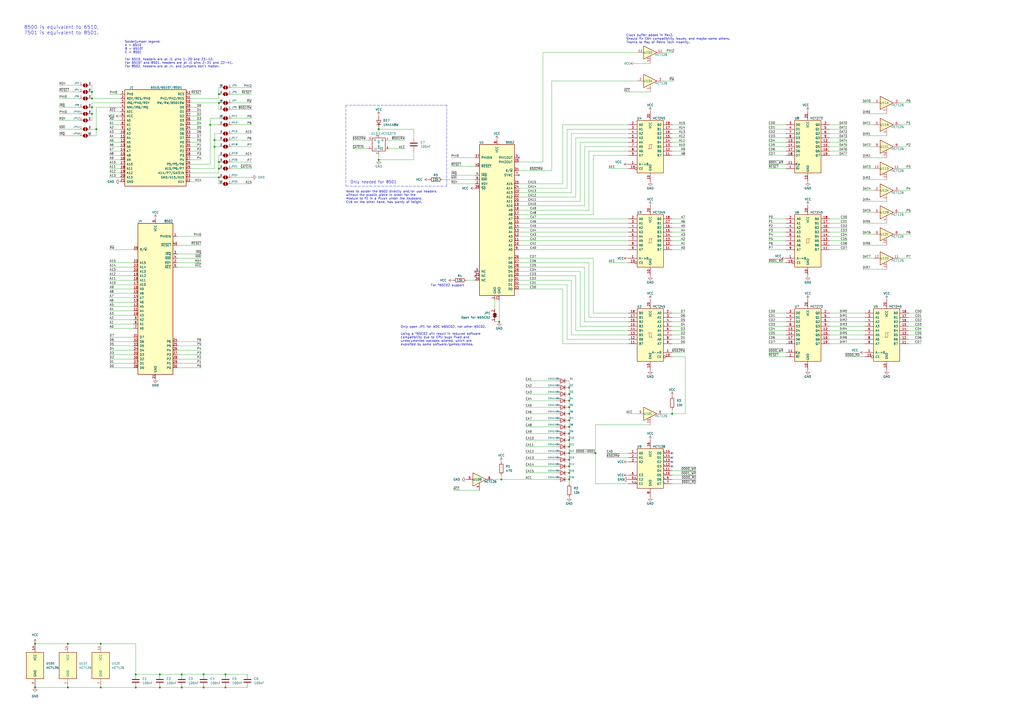
<source format=kicad_sch>
(kicad_sch (version 20230121) (generator eeschema)
  (paper "A2")
  (title_block (title "MOS CPU Replacement") (date "2022-11-07") (rev "2") (company "Monotech PCs") (comment 1 "License: Creative Commons BY-SA") (comment 2 "https://creativecommons.org/licenses/by-sa/4.0/"))
  (junction (at 330.2 236.22) (diameter 0.9144))
  (junction (at 330.2 228.6) (diameter 0.9144))
  (junction (at 53.34 57.15) (diameter 0.9144))
  (junction (at 92.71 398.78) (diameter 0.9144))
  (junction (at 345.44 262.89) (diameter 0.9144))
  (junction (at 127 59.69) (diameter 0.9144))
  (junction (at 130.81 391.16) (diameter 0.9144))
  (junction (at 330.2 240.03) (diameter 0.9144))
  (junction (at 219.71 92.71) (diameter 0.9144))
  (junction (at 330.2 278.13) (diameter 0.9144))
  (junction (at 330.2 270.51) (diameter 0.9144))
  (junction (at 58.42 398.78) (diameter 0.9144))
  (junction (at 330.2 224.79) (diameter 0.9144))
  (junction (at 219.71 74.93) (diameter 0.9144))
  (junction (at 389.89 240.03) (diameter 0.9144))
  (junction (at 58.42 373.38) (diameter 0.9144))
  (junction (at 289.56 186.69) (diameter 0.9144))
  (junction (at 20.32 398.78) (diameter 0.9144))
  (junction (at 53.34 66.04) (diameter 0.9144))
  (junction (at 127 54.61) (diameter 0.9144))
  (junction (at 127 93.98) (diameter 0.9144))
  (junction (at 39.37 373.38) (diameter 0.9144))
  (junction (at 53.34 53.34) (diameter 0.9144))
  (junction (at 105.41 391.16) (diameter 0.9144))
  (junction (at 118.11 391.16) (diameter 0.9144))
  (junction (at 330.2 274.32) (diameter 0.9144))
  (junction (at 130.81 398.78) (diameter 0.9144))
  (junction (at 127 102.87) (diameter 0.9144))
  (junction (at 20.32 373.38) (diameter 0.9144))
  (junction (at 78.74 398.78) (diameter 0.9144))
  (junction (at 124.46 81.28) (diameter 0.9144))
  (junction (at 39.37 398.78) (diameter 0.9144))
  (junction (at 124.46 85.09) (diameter 0.9144))
  (junction (at 330.2 232.41) (diameter 0.9144))
  (junction (at 330.2 266.7) (diameter 0.9144))
  (junction (at 330.2 262.89) (diameter 0.9144))
  (junction (at 78.74 391.16) (diameter 0.9144))
  (junction (at 55.88 74.93) (diameter 0.9144))
  (junction (at 53.34 62.23) (diameter 0.9144))
  (junction (at 330.2 255.27) (diameter 0.9144))
  (junction (at 330.2 247.65) (diameter 0.9144))
  (junction (at 330.2 243.84) (diameter 0.9144))
  (junction (at 330.2 251.46) (diameter 0.9144))
  (junction (at 127 97.79) (diameter 0.9144))
  (junction (at 121.92 72.39) (diameter 0.9144))
  (junction (at 118.11 398.78) (diameter 0.9144))
  (junction (at 92.71 391.16) (diameter 0.9144))
  (junction (at 105.41 398.78) (diameter 0.9144))
  (junction (at 330.2 259.08) (diameter 0.9144))
  (junction (at 290.83 278.13) (diameter 0.9144))
  (no_connect (at 389.89 267.97))
  (no_connect (at 300.99 91.44))
  (no_connect (at 389.89 262.89))
  (no_connect (at 389.89 270.51))
  (no_connect (at 300.99 101.6))
  (no_connect (at 389.89 265.43))
  (no_connect (at 275.59 157.48))
  (no_connect (at 275.59 160.02))
  (wire (pts (xy 500.38 97.79) (xy 506.73 97.79)))
  (wire (pts (xy 304.8 228.6) (xy 322.58 228.6)))
  (wire (pts (xy 134.62 59.69) (xy 146.05 59.69)))
  (wire (pts (xy 445.77 137.16) (xy 455.93 137.16)))
  (wire (pts (xy 69.85 72.39) (xy 63.5 72.39)))
  (wire (pts (xy 445.77 90.17) (xy 455.93 90.17)))
  (wire (pts (xy 300.99 149.86) (xy 344.17 149.86)))
  (wire (pts (xy 69.85 87.63) (xy 63.5 87.63)))
  (wire (pts (xy 330.2 278.13) (xy 330.2 280.67)))
  (wire (pts (xy 445.77 196.85) (xy 455.93 196.85)))
  (wire (pts (xy 389.89 237.49) (xy 389.89 240.03)))
  (wire (pts (xy 300.99 165.1) (xy 328.93 165.1)))
  (wire (pts (xy 328.93 165.1) (xy 328.93 196.85)))
  (wire (pts (xy 328.93 196.85) (xy 364.49 196.85)))
  (wire (pts (xy 389.89 207.01) (xy 397.51 207.01)))
  (wire (pts (xy 134.62 50.8) (xy 146.05 50.8)))
  (wire (pts (xy 534.67 184.15) (xy 527.05 184.15)))
  (wire (pts (xy 445.77 134.62) (xy 455.93 134.62)))
  (wire (pts (xy 34.29 66.04) (xy 45.72 66.04)))
  (wire (pts (xy 345.44 280.67) (xy 364.49 280.67)))
  (wire (pts (xy 240.03 74.93) (xy 240.03 80.01)))
  (wire (pts (xy 397.51 240.03) (xy 397.51 207.01)))
  (wire (pts (xy 314.96 30.48) (xy 314.96 93.98)))
  (wire (pts (xy 384.81 46.99) (xy 391.16 46.99)))
  (wire (pts (xy 77.47 165.1) (xy 63.5 165.1)))
  (wire (pts (xy 351.79 262.89) (xy 364.49 262.89)))
  (wire (pts (xy 69.85 95.25) (xy 63.5 95.25)))
  (wire (pts (xy 69.85 100.33) (xy 63.5 100.33)))
  (wire (pts (xy 63.5 54.61) (xy 69.85 54.61)))
  (wire (pts (xy 481.33 194.31) (xy 501.65 194.31)))
  (wire (pts (xy 445.77 142.24) (xy 455.93 142.24)))
  (wire (pts (xy 77.47 162.56) (xy 63.5 162.56)))
  (wire (pts (xy 300.99 167.64) (xy 326.39 167.64)))
  (wire (pts (xy 326.39 167.64) (xy 326.39 199.39)))
  (wire (pts (xy 326.39 199.39) (xy 364.49 199.39)))
  (wire (pts (xy 110.49 77.47) (xy 116.84 77.47)))
  (wire (pts (xy 34.29 62.23) (xy 45.72 62.23)))
  (wire (pts (xy 500.38 156.21) (xy 514.35 156.21)))
  (wire (pts (xy 134.62 85.09) (xy 146.05 85.09)))
  (wire (pts (xy 53.34 49.53) (xy 53.34 53.34)))
  (wire (pts (xy 116.84 203.2) (xy 102.87 203.2)))
  (wire (pts (xy 77.47 167.64) (xy 63.5 167.64)))
  (wire (pts (xy 389.89 139.7) (xy 397.51 139.7)))
  (wire (pts (xy 500.38 116.84) (xy 514.35 116.84)))
  (wire (pts (xy 455.93 152.4) (xy 445.77 152.4)))
  (wire (pts (xy 389.89 90.17) (xy 397.51 90.17)))
  (wire (pts (xy 69.85 82.55) (xy 63.5 82.55)))
  (wire (pts (xy 77.47 154.94) (xy 63.5 154.94)))
  (wire (pts (xy 491.49 127) (xy 481.33 127)))
  (wire (pts (xy 445.77 204.47) (xy 455.93 204.47)))
  (wire (pts (xy 491.49 90.17) (xy 481.33 90.17)))
  (wire (pts (xy 330.2 220.98) (xy 330.2 224.79)))
  (wire (pts (xy 330.2 224.79) (xy 330.2 228.6)))
  (wire (pts (xy 330.2 228.6) (xy 330.2 232.41)))
  (wire (pts (xy 330.2 232.41) (xy 330.2 236.22)))
  (wire (pts (xy 330.2 236.22) (xy 330.2 240.03)))
  (wire (pts (xy 330.2 240.03) (xy 330.2 243.84)))
  (wire (pts (xy 330.2 243.84) (xy 330.2 247.65)))
  (wire (pts (xy 330.2 247.65) (xy 330.2 251.46)))
  (wire (pts (xy 330.2 251.46) (xy 330.2 255.27)))
  (wire (pts (xy 330.2 255.27) (xy 330.2 259.08)))
  (wire (pts (xy 330.2 259.08) (xy 330.2 262.89)))
  (wire (pts (xy 330.2 262.89) (xy 330.2 266.7)))
  (wire (pts (xy 330.2 266.7) (xy 330.2 270.51)))
  (wire (pts (xy 330.2 270.51) (xy 330.2 274.32)))
  (wire (pts (xy 330.2 274.32) (xy 330.2 278.13)))
  (wire (pts (xy 521.97 110.49) (xy 528.32 110.49)))
  (wire (pts (xy 127 59.69) (xy 110.49 59.69)))
  (wire (pts (xy 127 63.5) (xy 127 59.69)))
  (wire (pts (xy 34.29 57.15) (xy 45.72 57.15)))
  (wire (pts (xy 445.77 82.55) (xy 455.93 82.55)))
  (wire (pts (xy 481.33 199.39) (xy 501.65 199.39)))
  (wire (pts (xy 389.89 74.93) (xy 397.51 74.93)))
  (wire (pts (xy 445.77 72.39) (xy 455.93 72.39)))
  (wire (pts (xy 445.77 129.54) (xy 455.93 129.54)))
  (wire (pts (xy 481.33 189.23) (xy 501.65 189.23)))
  (wire (pts (xy 110.49 74.93) (xy 116.84 74.93)))
  (wire (pts (xy 110.49 97.79) (xy 124.46 97.79)))
  (wire (pts (xy 124.46 77.47) (xy 127 77.47)))
  (wire (pts (xy 124.46 81.28) (xy 124.46 77.47)))
  (wire (pts (xy 124.46 85.09) (xy 124.46 81.28)))
  (wire (pts (xy 124.46 97.79) (xy 124.46 85.09)))
  (wire (pts (xy 534.67 196.85) (xy 527.05 196.85)))
  (wire (pts (xy 261.62 101.6) (xy 275.59 101.6)))
  (wire (pts (xy 445.77 85.09) (xy 455.93 85.09)))
  (wire (pts (xy 389.89 72.39) (xy 397.51 72.39)))
  (wire (pts (xy 34.29 49.53) (xy 45.72 49.53)))
  (wire (pts (xy 534.67 189.23) (xy 527.05 189.23)))
  (wire (pts (xy 300.99 160.02) (xy 334.01 160.02)))
  (wire (pts (xy 334.01 160.02) (xy 334.01 191.77)))
  (wire (pts (xy 334.01 191.77) (xy 364.49 191.77)))
  (wire (pts (xy 34.29 74.93) (xy 45.72 74.93)))
  (wire (pts (xy 34.29 53.34) (xy 45.72 53.34)))
  (wire (pts (xy 121.92 72.39) (xy 127 72.39)))
  (wire (pts (xy 300.99 137.16) (xy 364.49 137.16)))
  (wire (pts (xy 330.2 262.89) (xy 345.44 262.89)))
  (wire (pts (xy 300.99 142.24) (xy 364.49 142.24)))
  (wire (pts (xy 300.99 127) (xy 364.49 127)))
  (wire (pts (xy 134.62 93.98) (xy 146.05 93.98)))
  (wire (pts (xy 290.83 278.13) (xy 322.58 278.13)))
  (wire (pts (xy 491.49 137.16) (xy 481.33 137.16)))
  (wire (pts (xy 389.89 77.47) (xy 397.51 77.47)))
  (wire (pts (xy 110.49 95.25) (xy 121.92 95.25)))
  (wire (pts (xy 121.92 68.58) (xy 127 68.58)))
  (wire (pts (xy 121.92 72.39) (xy 121.92 68.58)))
  (wire (pts (xy 121.92 95.25) (xy 121.92 72.39)))
  (wire (pts (xy 53.34 74.93) (xy 55.88 74.93)))
  (wire (pts (xy 127 102.87) (xy 110.49 102.87)))
  (wire (pts (xy 127 106.68) (xy 127 102.87)))
  (wire (pts (xy 124.46 81.28) (xy 127 81.28)))
  (wire (pts (xy 534.67 186.69) (xy 527.05 186.69)))
  (wire (pts (xy 500.38 142.24) (xy 514.35 142.24)))
  (wire (pts (xy 304.8 259.08) (xy 322.58 259.08)))
  (wire (pts (xy 219.71 74.93) (xy 219.71 77.47)))
  (wire (pts (xy 110.49 80.01) (xy 116.84 80.01)))
  (wire (pts (xy 491.49 132.08) (xy 481.33 132.08)))
  (wire (pts (xy 521.97 97.79) (xy 528.32 97.79)))
  (wire (pts (xy 134.62 97.79) (xy 146.05 97.79)))
  (wire (pts (xy 219.71 74.93) (xy 240.03 74.93)))
  (wire (pts (xy 500.38 66.04) (xy 514.35 66.04)))
  (wire (pts (xy 389.89 191.77) (xy 397.51 191.77)))
  (wire (pts (xy 261.62 96.52) (xy 275.59 96.52)))
  (wire (pts (xy 77.47 205.74) (xy 63.5 205.74)))
  (wire (pts (xy 77.47 172.72) (xy 63.5 172.72)))
  (wire (pts (xy 77.47 152.4) (xy 63.5 152.4)))
  (wire (pts (xy 363.22 240.03) (xy 369.57 240.03)))
  (wire (pts (xy 300.99 99.06) (xy 320.04 99.06)))
  (wire (pts (xy 320.04 46.99) (xy 320.04 99.06)))
  (wire (pts (xy 304.8 232.41) (xy 322.58 232.41)))
  (wire (pts (xy 77.47 198.12) (xy 63.5 198.12)))
  (wire (pts (xy 256.54 104.14) (xy 275.59 104.14)))
  (wire (pts (xy 389.89 273.05) (xy 403.86 273.05)))
  (wire (pts (xy 116.84 149.86) (xy 102.87 149.86)))
  (wire (pts (xy 500.38 149.86) (xy 506.73 149.86)))
  (wire (pts (xy 300.99 162.56) (xy 331.47 162.56)))
  (wire (pts (xy 331.47 162.56) (xy 331.47 194.31)))
  (wire (pts (xy 331.47 194.31) (xy 364.49 194.31)))
  (wire (pts (xy 219.71 90.17) (xy 219.71 92.71)))
  (wire (pts (xy 304.8 255.27) (xy 322.58 255.27)))
  (wire (pts (xy 445.77 74.93) (xy 455.93 74.93)))
  (wire (pts (xy 289.56 173.99) (xy 289.56 186.69)))
  (wire (pts (xy 69.85 74.93) (xy 63.5 74.93)))
  (wire (pts (xy 521.97 135.89) (xy 528.32 135.89)))
  (wire (pts (xy 116.84 198.12) (xy 102.87 198.12)))
  (wire (pts (xy 445.77 199.39) (xy 455.93 199.39)))
  (wire (pts (xy 491.49 74.93) (xy 481.33 74.93)))
  (wire (pts (xy 300.99 144.78) (xy 364.49 144.78)))
  (wire (pts (xy 300.99 134.62) (xy 364.49 134.62)))
  (wire (pts (xy 77.47 180.34) (xy 63.5 180.34)))
  (wire (pts (xy 77.47 185.42) (xy 63.5 185.42)))
  (wire (pts (xy 481.33 196.85) (xy 501.65 196.85)))
  (wire (pts (xy 345.44 246.38) (xy 345.44 262.89)))
  (wire (pts (xy 345.44 246.38) (xy 377.19 246.38)))
  (wire (pts (xy 300.99 116.84) (xy 336.55 116.84)))
  (wire (pts (xy 336.55 82.55) (xy 364.49 82.55)))
  (wire (pts (xy 336.55 116.84) (xy 336.55 82.55)))
  (wire (pts (xy 63.5 144.78) (xy 77.47 144.78)))
  (wire (pts (xy 110.49 69.85) (xy 116.84 69.85)))
  (wire (pts (xy 110.49 105.41) (xy 116.84 105.41)))
  (wire (pts (xy 77.47 182.88) (xy 63.5 182.88)))
  (wire (pts (xy 69.85 69.85) (xy 63.5 69.85)))
  (wire (pts (xy 69.85 97.79) (xy 63.5 97.79)))
  (wire (pts (xy 300.99 111.76) (xy 331.47 111.76)))
  (wire (pts (xy 331.47 77.47) (xy 364.49 77.47)))
  (wire (pts (xy 331.47 111.76) (xy 331.47 77.47)))
  (wire (pts (xy 304.8 266.7) (xy 322.58 266.7)))
  (wire (pts (xy 69.85 102.87) (xy 63.5 102.87)))
  (wire (pts (xy 39.37 373.38) (xy 58.42 373.38)))
  (wire (pts (xy 58.42 373.38) (xy 78.74 373.38)))
  (wire (pts (xy 300.99 139.7) (xy 364.49 139.7)))
  (wire (pts (xy 491.49 80.01) (xy 481.33 80.01)))
  (wire (pts (xy 261.62 91.44) (xy 275.59 91.44)))
  (wire (pts (xy 77.47 210.82) (xy 63.5 210.82)))
  (wire (pts (xy 521.97 123.19) (xy 528.32 123.19)))
  (wire (pts (xy 304.8 224.79) (xy 322.58 224.79)))
  (wire (pts (xy 501.65 207.01) (xy 490.22 207.01)))
  (wire (pts (xy 304.8 270.51) (xy 322.58 270.51)))
  (wire (pts (xy 300.99 157.48) (xy 336.55 157.48)))
  (wire (pts (xy 336.55 157.48) (xy 336.55 189.23)))
  (wire (pts (xy 336.55 189.23) (xy 364.49 189.23)))
  (wire (pts (xy 445.77 186.69) (xy 455.93 186.69)))
  (wire (pts (xy 389.89 196.85) (xy 397.51 196.85)))
  (wire (pts (xy 110.49 64.77) (xy 116.84 64.77)))
  (wire (pts (xy 521.97 149.86) (xy 528.32 149.86)))
  (wire (pts (xy 78.74 391.16) (xy 78.74 373.38)))
  (wire (pts (xy 92.71 391.16) (xy 78.74 391.16)))
  (wire (pts (xy 105.41 391.16) (xy 92.71 391.16)))
  (wire (pts (xy 118.11 391.16) (xy 105.41 391.16)))
  (wire (pts (xy 130.81 391.16) (xy 118.11 391.16)))
  (wire (pts (xy 143.51 391.16) (xy 130.81 391.16)))
  (wire (pts (xy 300.99 119.38) (xy 339.09 119.38)))
  (wire (pts (xy 339.09 85.09) (xy 364.49 85.09)))
  (wire (pts (xy 339.09 119.38) (xy 339.09 85.09)))
  (wire (pts (xy 364.49 152.4) (xy 353.06 152.4)))
  (wire (pts (xy 134.62 106.68) (xy 146.05 106.68)))
  (wire (pts (xy 116.84 213.36) (xy 102.87 213.36)))
  (wire (pts (xy 34.29 69.85) (xy 45.72 69.85)))
  (wire (pts (xy 445.77 95.25) (xy 455.93 95.25)))
  (wire (pts (xy 445.77 139.7) (xy 455.93 139.7)))
  (wire (pts (xy 491.49 77.47) (xy 481.33 77.47)))
  (wire (pts (xy 116.84 90.17) (xy 110.49 90.17)))
  (wire (pts (xy 287.02 186.69) (xy 289.56 186.69)))
  (wire (pts (xy 116.84 92.71) (xy 110.49 92.71)))
  (wire (pts (xy 134.62 72.39) (xy 146.05 72.39)))
  (wire (pts (xy 445.77 97.79) (xy 455.93 97.79)))
  (wire (pts (xy 389.89 142.24) (xy 397.51 142.24)))
  (wire (pts (xy 534.67 191.77) (xy 527.05 191.77)))
  (wire (pts (xy 116.84 142.24) (xy 102.87 142.24)))
  (wire (pts (xy 77.47 200.66) (xy 63.5 200.66)))
  (wire (pts (xy 77.47 203.2) (xy 63.5 203.2)))
  (wire (pts (xy 300.99 154.94) (xy 339.09 154.94)))
  (wire (pts (xy 339.09 154.94) (xy 339.09 186.69)))
  (wire (pts (xy 339.09 186.69) (xy 364.49 186.69)))
  (wire (pts (xy 77.47 175.26) (xy 63.5 175.26)))
  (wire (pts (xy 53.34 53.34) (xy 53.34 57.15)))
  (wire (pts (xy 69.85 57.15) (xy 53.34 57.15)))
  (wire (pts (xy 389.89 204.47) (xy 397.51 204.47)))
  (wire (pts (xy 389.89 184.15) (xy 397.51 184.15)))
  (wire (pts (xy 389.89 189.23) (xy 397.51 189.23)))
  (wire (pts (xy 344.17 90.17) (xy 364.49 90.17)))
  (wire (pts (xy 344.17 124.46) (xy 344.17 90.17)))
  (wire (pts (xy 445.77 80.01) (xy 455.93 80.01)))
  (wire (pts (xy 389.89 85.09) (xy 397.51 85.09)))
  (wire (pts (xy 384.81 30.48) (xy 391.16 30.48)))
  (wire (pts (xy 500.38 123.19) (xy 506.73 123.19)))
  (wire (pts (xy 213.36 81.28) (xy 204.47 81.28)))
  (wire (pts (xy 55.88 62.23) (xy 55.88 74.93)))
  (wire (pts (xy 55.88 74.93) (xy 55.88 78.74)))
  (wire (pts (xy 55.88 78.74) (xy 53.34 78.74)))
  (wire (pts (xy 69.85 62.23) (xy 55.88 62.23)))
  (wire (pts (xy 240.03 87.63) (xy 240.03 92.71)))
  (wire (pts (xy 240.03 92.71) (xy 219.71 92.71)))
  (wire (pts (xy 134.62 77.47) (xy 146.05 77.47)))
  (wire (pts (xy 77.47 157.48) (xy 63.5 157.48)))
  (wire (pts (xy 389.89 199.39) (xy 397.51 199.39)))
  (wire (pts (xy 92.71 398.78) (xy 78.74 398.78)))
  (wire (pts (xy 105.41 398.78) (xy 92.71 398.78)))
  (wire (pts (xy 118.11 398.78) (xy 105.41 398.78)))
  (wire (pts (xy 130.81 398.78) (xy 118.11 398.78)))
  (wire (pts (xy 143.51 398.78) (xy 130.81 398.78)))
  (wire (pts (xy 270.51 162.56) (xy 275.59 162.56)))
  (wire (pts (xy 491.49 142.24) (xy 481.33 142.24)))
  (wire (pts (xy 69.85 77.47) (xy 63.5 77.47)))
  (wire (pts (xy 34.29 78.74) (xy 45.72 78.74)))
  (wire (pts (xy 77.47 160.02) (xy 63.5 160.02)))
  (wire (pts (xy 304.8 262.89) (xy 322.58 262.89)))
  (wire (pts (xy 491.49 82.55) (xy 481.33 82.55)))
  (wire (pts (xy 344.17 149.86) (xy 344.17 181.61)))
  (wire (pts (xy 344.17 181.61) (xy 364.49 181.61)))
  (wire (pts (xy 77.47 195.58) (xy 63.5 195.58)))
  (wire (pts (xy 77.47 213.36) (xy 63.5 213.36)))
  (wire (pts (xy 300.99 129.54) (xy 364.49 129.54)))
  (wire (pts (xy 300.99 124.46) (xy 344.17 124.46)))
  (wire (pts (xy 389.89 80.01) (xy 397.51 80.01)))
  (wire (pts (xy 445.77 207.01) (xy 455.93 207.01)))
  (wire (pts (xy 116.84 82.55) (xy 110.49 82.55)))
  (wire (pts (xy 500.38 85.09) (xy 506.73 85.09)))
  (wire (pts (xy 300.99 109.22) (xy 328.93 109.22)))
  (wire (pts (xy 328.93 74.93) (xy 364.49 74.93)))
  (wire (pts (xy 328.93 109.22) (xy 328.93 74.93)))
  (wire (pts (xy 521.97 85.09) (xy 528.32 85.09)))
  (wire (pts (xy 389.89 132.08) (xy 397.51 132.08)))
  (wire (pts (xy 364.49 97.79) (xy 353.06 97.79)))
  (wire (pts (xy 361.95 53.34) (xy 377.19 53.34)))
  (wire (pts (xy 481.33 186.69) (xy 501.65 186.69)))
  (wire (pts (xy 102.87 154.94) (xy 116.84 154.94)))
  (wire (pts (xy 445.77 144.78) (xy 455.93 144.78)))
  (wire (pts (xy 300.99 121.92) (xy 341.63 121.92)))
  (wire (pts (xy 341.63 87.63) (xy 364.49 87.63)))
  (wire (pts (xy 341.63 121.92) (xy 341.63 87.63)))
  (wire (pts (xy 116.84 137.16) (xy 102.87 137.16)))
  (wire (pts (xy 116.84 210.82) (xy 102.87 210.82)))
  (wire (pts (xy 262.89 284.48) (xy 278.13 284.48)))
  (wire (pts (xy 234.95 81.28) (xy 226.06 81.28)))
  (wire (pts (xy 389.89 275.59) (xy 403.86 275.59)))
  (wire (pts (xy 500.38 72.39) (xy 506.73 72.39)))
  (wire (pts (xy 69.85 92.71) (xy 63.5 92.71)))
  (wire (pts (xy 116.84 200.66) (xy 102.87 200.66)))
  (wire (pts (xy 389.89 144.78) (xy 397.51 144.78)))
  (wire (pts (xy 491.49 144.78) (xy 481.33 144.78)))
  (wire (pts (xy 500.38 129.54) (xy 514.35 129.54)))
  (wire (pts (xy 20.32 373.38) (xy 39.37 373.38)))
  (wire (pts (xy 351.79 265.43) (xy 364.49 265.43)))
  (wire (pts (xy 491.49 129.54) (xy 481.33 129.54)))
  (wire (pts (xy 389.89 278.13) (xy 403.86 278.13)))
  (wire (pts (xy 77.47 187.96) (xy 63.5 187.96)))
  (wire (pts (xy 77.47 170.18) (xy 63.5 170.18)))
  (wire (pts (xy 300.99 114.3) (xy 334.01 114.3)))
  (wire (pts (xy 334.01 80.01) (xy 364.49 80.01)))
  (wire (pts (xy 334.01 114.3) (xy 334.01 80.01)))
  (wire (pts (xy 69.85 85.09) (xy 63.5 85.09)))
  (wire (pts (xy 77.47 208.28) (xy 63.5 208.28)))
  (wire (pts (xy 116.84 147.32) (xy 102.87 147.32)))
  (wire (pts (xy 226.06 86.36) (xy 234.95 86.36)))
  (wire (pts (xy 77.47 190.5) (xy 63.5 190.5)))
  (wire (pts (xy 500.38 91.44) (xy 514.35 91.44)))
  (wire (pts (xy 300.99 106.68) (xy 326.39 106.68)))
  (wire (pts (xy 326.39 72.39) (xy 364.49 72.39)))
  (wire (pts (xy 326.39 106.68) (xy 326.39 72.39)))
  (wire (pts (xy 500.38 104.14) (xy 514.35 104.14)))
  (wire (pts (xy 445.77 184.15) (xy 455.93 184.15)))
  (wire (pts (xy 445.77 132.08) (xy 455.93 132.08)))
  (wire (pts (xy 134.62 54.61) (xy 146.05 54.61)))
  (wire (pts (xy 304.8 220.98) (xy 322.58 220.98)))
  (wire (pts (xy 481.33 191.77) (xy 501.65 191.77)))
  (wire (pts (xy 389.89 127) (xy 397.51 127)))
  (wire (pts (xy 389.89 181.61) (xy 397.51 181.61)))
  (wire (pts (xy 389.89 194.31) (xy 397.51 194.31)))
  (wire (pts (xy 290.83 275.59) (xy 290.83 278.13)))
  (wire (pts (xy 491.49 139.7) (xy 481.33 139.7)))
  (wire (pts (xy 110.49 62.23) (xy 116.84 62.23)))
  (wire (pts (xy 304.8 236.22) (xy 322.58 236.22)))
  (wire (pts (xy 389.89 87.63) (xy 397.51 87.63)))
  (wire (pts (xy 491.49 72.39) (xy 481.33 72.39)))
  (wire (pts (xy 116.84 54.61) (xy 110.49 54.61)))
  (wire (pts (xy 445.77 181.61) (xy 455.93 181.61)))
  (wire (pts (xy 124.46 85.09) (xy 127 85.09)))
  (wire (pts (xy 77.47 177.8) (xy 63.5 177.8)))
  (wire (pts (xy 521.97 59.69) (xy 528.32 59.69)))
  (wire (pts (xy 116.84 87.63) (xy 110.49 87.63)))
  (wire (pts (xy 369.57 30.48) (xy 314.96 30.48)))
  (wire (pts (xy 304.8 240.03) (xy 322.58 240.03)))
  (wire (pts (xy 534.67 194.31) (xy 527.05 194.31)))
  (wire (pts (xy 116.84 208.28) (xy 102.87 208.28)))
  (wire (pts (xy 20.32 398.78) (xy 39.37 398.78)))
  (wire (pts (xy 39.37 398.78) (xy 58.42 398.78)))
  (wire (pts (xy 58.42 398.78) (xy 78.74 398.78)))
  (wire (pts (xy 500.38 135.89) (xy 506.73 135.89)))
  (wire (pts (xy 204.47 86.36) (xy 213.36 86.36)))
  (wire (pts (xy 389.89 186.69) (xy 397.51 186.69)))
  (wire (pts (xy 500.38 110.49) (xy 506.73 110.49)))
  (wire (pts (xy 534.67 181.61) (xy 527.05 181.61)))
  (wire (pts (xy 300.99 132.08) (xy 364.49 132.08)))
  (wire (pts (xy 134.62 81.28) (xy 146.05 81.28)))
  (wire (pts (xy 491.49 134.62) (xy 481.33 134.62)))
  (wire (pts (xy 368.3 36.83) (xy 377.19 36.83)))
  (wire (pts (xy 304.8 274.32) (xy 322.58 274.32)))
  (wire (pts (xy 481.33 181.61) (xy 501.65 181.61)))
  (wire (pts (xy 534.67 199.39) (xy 527.05 199.39)))
  (wire (pts (xy 384.81 240.03) (xy 389.89 240.03)))
  (wire (pts (xy 389.89 240.03) (xy 397.51 240.03)))
  (wire (pts (xy 261.62 106.68) (xy 275.59 106.68)))
  (wire (pts (xy 134.62 68.58) (xy 146.05 68.58)))
  (wire (pts (xy 116.84 85.09) (xy 110.49 85.09)))
  (wire (pts (xy 389.89 134.62) (xy 397.51 134.62)))
  (wire (pts (xy 69.85 90.17) (xy 63.5 90.17)))
  (wire (pts (xy 389.89 129.54) (xy 397.51 129.54)))
  (wire (pts (xy 500.38 59.69) (xy 506.73 59.69)))
  (wire (pts (xy 304.8 251.46) (xy 322.58 251.46)))
  (wire (pts (xy 304.8 243.84) (xy 322.58 243.84)))
  (wire (pts (xy 389.89 280.67) (xy 403.86 280.67)))
  (wire (pts (xy 285.75 278.13) (xy 290.83 278.13)))
  (wire (pts (xy 300.99 152.4) (xy 341.63 152.4)))
  (wire (pts (xy 341.63 152.4) (xy 341.63 184.15)))
  (wire (pts (xy 341.63 184.15) (xy 364.49 184.15)))
  (wire (pts (xy 69.85 80.01) (xy 63.5 80.01)))
  (wire (pts (xy 445.77 191.77) (xy 455.93 191.77)))
  (wire (pts (xy 521.97 72.39) (xy 528.32 72.39)))
  (wire (pts (xy 320.04 46.99) (xy 369.57 46.99)))
  (wire (pts (xy 69.85 64.77) (xy 63.5 64.77)))
  (wire (pts (xy 445.77 127) (xy 455.93 127)))
  (wire (pts (xy 345.44 262.89) (xy 345.44 280.67)))
  (wire (pts (xy 134.62 90.17) (xy 146.05 90.17)))
  (wire (pts (xy 445.77 77.47) (xy 455.93 77.47)))
  (wire (pts (xy 127 90.17) (xy 127 93.98)))
  (wire (pts (xy 127 93.98) (xy 127 97.79)))
  (wire (pts (xy 127 97.79) (xy 127 100.33)))
  (wire (pts (xy 127 100.33) (xy 110.49 100.33)))
  (wire (pts (xy 445.77 87.63) (xy 455.93 87.63)))
  (polyline (pts (xy 200.66 60.96) (xy 200.66 107.95)) (stroke (width 0) (type dash)))
  (polyline (pts (xy 200.66 107.95) (xy 259.08 107.95)) (stroke (width 0) (type dash)))
  (polyline (pts (xy 259.08 60.96) (xy 200.66 60.96)) (stroke (width 0) (type dash)))
  (polyline (pts (xy 259.08 107.95) (xy 259.08 60.96)) (stroke (width 0) (type dash)))
  (wire (pts (xy 127 54.61) (xy 127 50.8)))
  (wire (pts (xy 116.84 152.4) (xy 102.87 152.4)))
  (wire (pts (xy 116.84 205.74) (xy 102.87 205.74)))
  (wire (pts (xy 389.89 137.16) (xy 397.51 137.16)))
  (wire (pts (xy 491.49 87.63) (xy 481.33 87.63)))
  (wire (pts (xy 110.49 67.31) (xy 116.84 67.31)))
  (wire (pts (xy 127 54.61) (xy 127 57.15)))
  (wire (pts (xy 127 57.15) (xy 110.49 57.15)))
  (wire (pts (xy 445.77 194.31) (xy 455.93 194.31)))
  (wire (pts (xy 53.34 59.69) (xy 69.85 59.69)))
  (wire (pts (xy 53.34 62.23) (xy 53.34 59.69)))
  (wire (pts (xy 53.34 66.04) (xy 53.34 62.23)))
  (wire (pts (xy 53.34 69.85) (xy 53.34 66.04)))
  (wire (pts (xy 445.77 189.23) (xy 455.93 189.23)))
  (wire (pts (xy 300.99 93.98) (xy 314.96 93.98)))
  (wire (pts (xy 304.8 247.65) (xy 322.58 247.65)))
  (wire (pts (xy 389.89 82.55) (xy 397.51 82.55)))
  (wire (pts (xy 110.49 72.39) (xy 116.84 72.39)))
  (wire (pts (xy 134.62 63.5) (xy 146.05 63.5)))
  (wire (pts (xy 287.02 173.99) (xy 287.02 179.07)))
  (wire (pts (xy 481.33 184.15) (xy 501.65 184.15)))
  (wire (pts (xy 500.38 78.74) (xy 514.35 78.74)))
  (wire (pts (xy 491.49 85.09) (xy 481.33 85.09)))
  (wire (pts (xy 134.62 102.87) (xy 146.05 102.87)))
  (text "Only needed for 8501" (at 203.2 106.68 0) (effects (font (size 1.6 1.6)) (justify left bottom)))
  (text "Need to solder the 6502 directly and/or use headers\nwithout the plastic piece in order for the\nmodule to fit in a Plus4 under the keyboard.\nC16 on the other hand, has plenty of height." (at 200.66 118.11 0) (effects (font (size 1.27 1.27)) (justify left bottom)))
  (text "8500 is equivalent to 6510.\n7501 is equivalent to 8501." (at 13.97 20.32 0) (effects (font (size 2 2)) (justify left bottom)))
  (text "Only open JP1 for WDC W65C02, not other 65C02.\n\nUsing a *65C02 will result in reduced software\ncompatibility due to CPU bugs fixed and\nundocumented opcodes altered, which are\nexploited by some software/games/demos." (at 232.41 200.66 0) (effects (font (size 1.27 1.27)) (justify left bottom)))
  (text "Clock buffer added in Rev2.\nShould fix C64 compatibility issues, and maybe some others.\nThanks to Ray of Retro Tech Insanity." (at 363.22 25.4 0) (effects (font (size 1.27 1.27)) (justify left bottom)))
  (text "For *65C02 support" (at 269.24 166.37 0) (effects (font (size 1.27 1.27)) (justify right bottom)))
  (text "Solderjumper legend:\nA = 6510\nB = 6510T\nC = 8501\n\nFor 6510, headers are at J1 pins 1-20 and 23-42.\nFor 6510T and 8501, headers are at J1 pins 2-21 and 22-41.\nFor 8502, headers are at J4, and jumpers don't matter." (at 72.39 39.37 0) (effects (font (size 1.27 1.27)) (justify left bottom)))
  (label "CD3" (at 445.77 80.01 0))
  (label "P0" (at 528.32 59.69 180))
  (label "CA5" (at 311.15 132.08 180))
  (label "A11" (at 397.51 82.55 180))
  (label "CD6" (at 534.67 196.85 180))
  (label "CD1" (at 534.67 184.15 180))
  (label "CA1" (at 304.8 220.98 0))
  (label "DAT3" (at 500.38 97.79 0))
  (label "~{AEC}" (at 262.89 284.48 0))
  (label "CD2" (at 491.49 132.08 180))
  (label "A6" (at 63.5 85.09 0))
  (label "DAT1" (at 500.38 72.39 0))
  (label "DIR6" (at 500.38 142.24 0))
  (label "A15" (at 146.05 106.68 180))
  (label "DAT3" (at 491.49 80.01 180))
  (label "DAT5" (at 491.49 85.09 180))
  (label "CA4" (at 304.8 232.41 0))
  (label "A10" (at 397.51 85.09 180))
  (label "A3" (at 63.5 77.47 0))
  (label "CA8" (at 304.8 247.65 0))
  (label "A15" (at 397.51 72.39 180))
  (label "A9" (at 63.5 167.64 0))
  (label "A10" (at 63.5 95.25 0))
  (label "~{0000_RD}" (at 403.86 278.13 180))
  (label "AEC" (at 304.8 278.13 0))
  (label "CD6" (at 311.15 152.4 180))
  (label "P5" (at 146.05 68.58 180))
  (label "P1" (at 528.32 72.39 180))
  (label "P6" (at 116.84 198.12 180))
  (label "A13" (at 63.5 102.87 0))
  (label "CD1" (at 491.49 129.54 180))
  (label "~{GATEIN}" (at 146.05 97.79 180))
  (label "P4" (at 445.77 137.16 0))
  (label "CA10" (at 311.15 119.38 180))
  (label "DIR3" (at 500.38 104.14 0))
  (label "PHI2" (at 391.16 30.48 180))
  (label "DAT6" (at 500.38 135.89 0))
  (label "CA2" (at 304.8 224.79 0))
  (label "P6" (at 528.32 135.89 180))
  (label "D0" (at 63.5 213.36 0))
  (label "CD7" (at 534.67 199.39 180))
  (label "~{0001_WR}" (at 445.77 95.25 0))
  (label "P4" (at 116.84 203.2 180))
  (label "A11" (at 63.5 162.56 0))
  (label "~{IRQ}" (at 34.29 62.23 0))
  (label "DAT0" (at 491.49 72.39 180))
  (label "D6" (at 63.5 198.12 0))
  (label "CD2" (at 534.67 186.69 180))
  (label "DIR5" (at 500.38 129.54 0))
  (label "P7" (at 146.05 85.09 180))
  (label "~{RESET}" (at 445.77 97.79 0))
  (label "CA2" (at 311.15 139.7 180))
  (label "PHI0" (at 116.84 137.16 180))
  (label "CA0" (at 311.15 144.78 180))
  (label "A4" (at 63.5 80.01 0))
  (label "DAT2" (at 500.38 85.09 0))
  (label "CA9" (at 304.8 251.46 0))
  (label "CA7" (at 304.8 243.84 0))
  (label "A5" (at 397.51 132.08 180))
  (label "~{GATEIN}" (at 204.47 86.36 0))
  (label "CA3" (at 311.15 137.16 180))
  (label "~{RW}" (at 146.05 59.69 180))
  (label "A8" (at 63.5 170.18 0))
  (label "~{6502RW}" (at 204.47 81.28 0))
  (label "D6" (at 397.51 184.15 180))
  (label "P6" (at 146.05 72.39 180))
  (label "CD7" (at 445.77 199.39 0))
  (label "DAT6" (at 491.49 87.63 180))
  (label "DIR1" (at 500.38 78.74 0))
  (label "~{RESET}" (at 445.77 207.01 0))
  (label "~{0000_WR}" (at 445.77 204.47 0))
  (label "CD6" (at 445.77 196.85 0))
  (label "P1" (at 445.77 129.54 0))
  (label "A5" (at 63.5 82.55 0))
  (label "A7" (at 63.5 172.72 0))
  (label "D2" (at 397.51 194.31 180))
  (label "A4" (at 397.51 134.62 180))
  (label "~{IRQ}" (at 116.84 147.32 180))
  (label "~{NMI}" (at 116.84 149.86 180))
  (label "CA11" (at 304.8 259.08 0))
  (label "D0" (at 397.51 199.39 180))
  (label "CD0" (at 445.77 72.39 0))
  (label "DIR3" (at 491.49 189.23 180))
  (label "P2" (at 445.77 132.08 0))
  (label "RDY" (at 261.62 106.68 0))
  (label "DAT4" (at 491.49 82.55 180))
  (label "A0" (at 63.5 69.85 0))
  (label "D7" (at 63.5 195.58 0))
  (label "CA10" (at 304.8 255.27 0))
  (label "A2" (at 63.5 185.42 0))
  (label "DAT4" (at 500.38 110.49 0))
  (label "A10" (at 63.5 165.1 0))
  (label "A14" (at 146.05 90.17 180))
  (label "RDY" (at 34.29 69.85 0))
  (label "~{6502RW}" (at 397.51 204.47 180))
  (label "~{RW}" (at 391.16 46.99 180))
  (label "DIR6" (at 491.49 196.85 180))
  (label "DIR4" (at 500.38 116.84 0))
  (label "A0" (at 63.5 190.5 0))
  (label "DIR5" (at 491.49 194.31 180))
  (label "AEC" (at 353.06 97.79 0))
  (label "DIR4" (at 491.49 191.77 180))
  (label "PHI0" (at 261.62 91.44 0))
  (label "CD4" (at 534.67 191.77 180))
  (label "A11" (at 63.5 97.79 0))
  (label "P7" (at 146.05 93.98 180))
  (label "CD0" (at 445.77 181.61 0))
  (label "~{AEC}" (at 116.84 154.94 180))
  (label "CD7" (at 311.15 149.86 180))
  (label "CD5" (at 445.77 85.09 0))
  (label "CD5" (at 445.77 194.31 0))
  (label "~{NMI}" (at 261.62 104.14 0))
  (label "DIR1" (at 491.49 184.15 180))
  (label "D7" (at 397.51 181.61 180))
  (label "P5" (at 528.32 123.19 180))
  (label "CD2" (at 445.77 186.69 0))
  (label "A14" (at 397.51 74.93 180))
  (label "D1" (at 63.5 210.82 0))
  (label "D1" (at 397.51 196.85 180))
  (label "D5" (at 116.84 74.93 180))
  (label "CA0" (at 351.79 262.89 0))
  (label "P2" (at 116.84 87.63 180))
  (label "D3" (at 397.51 191.77 180))
  (label "CD0" (at 311.15 167.64 180))
  (label "A7" (at 397.51 127 180))
  (label "P4" (at 116.84 92.71 180))
  (label "CD5" (at 534.67 194.31 180))
  (label "A8" (at 63.5 90.17 0))
  (label "P3" (at 445.77 134.62 0))
  (label "A6" (at 63.5 175.26 0))
  (label "~{RESET}" (at 116.84 142.24 180))
  (label "P1" (at 116.84 210.82 180))
  (label "CD1" (at 445.77 74.93 0))
  (label "~{RESET}" (at 116.84 54.61 180))
  (label "CD1" (at 445.77 184.15 0))
  (label "D2" (at 116.84 67.31 180))
  (label "D3" (at 63.5 205.74 0))
  (label "PHI0" (at 34.29 57.15 0))
  (label "DIR7" (at 500.38 156.21 0))
  (label "P6" (at 445.77 142.24 0))
  (label "A2" (at 63.5 74.93 0))
  (label "CA12" (at 304.8 262.89 0))
  (label "RDY" (at 116.84 152.4 180))
  (label "~{AEC}" (at 361.95 53.34 0))
  (label "CA7" (at 311.15 127 180))
  (label "A14" (at 116.84 105.41 180))
  (label "CA4" (at 311.15 134.62 180))
  (label "DIR0" (at 491.49 181.61 180))
  (label "A9" (at 63.5 92.71 0))
  (label "CA3" (at 304.8 228.6 0))
  (label "CA9" (at 311.15 121.92 180))
  (label "P1" (at 116.84 85.09 180))
  (label "P3" (at 116.84 90.17 180))
  (label "~{RESET}" (at 261.62 96.52 0))
  (label "CD4" (at 445.77 82.55 0))
  (label "CA1" (at 311.15 142.24 180))
  (label "A12" (at 63.5 160.02 0))
  (label "A3" (at 63.5 182.88 0))
  (label "CD4" (at 311.15 157.48 180))
  (label "A7" (at 63.5 87.63 0))
  (label "P2" (at 528.32 85.09 180))
  (label "CD5" (at 311.15 154.94 180))
  (label "DIR2" (at 500.38 91.44 0))
  (label "~{RESET}" (at 146.05 54.61 180))
  (label "DAT5" (at 500.38 123.19 0))
  (label "D4" (at 397.51 189.23 180))
  (label "CD3" (at 445.77 189.23 0))
  (label "A1" (at 397.51 142.24 180))
  (label "A8" (at 397.51 90.17 180))
  (label "DIR7" (at 491.49 199.39 180))
  (label "CA15" (at 311.15 106.68 180))
  (label "~{RESET}" (at 34.29 53.34 0))
  (label "CD3" (at 491.49 134.62 180))
  (label "DAT2" (at 491.49 77.47 180))
  (label "D4" (at 63.5 203.2 0))
  (label "A5" (at 63.5 177.8 0))
  (label "RDY" (at 34.29 49.53 0))
  (label "DAT7" (at 491.49 90.17 180))
  (label "CD6" (at 491.49 142.24 180))
  (label "P3" (at 528.32 97.79 180))
  (label "~{0001_RD}" (at 403.86 280.67 180))
  (label "A13" (at 397.51 77.47 180))
  (label "A6" (at 397.51 129.54 180))
  (label "~{RW}" (at 63.5 144.78 0))
  (label "D5" (at 63.5 200.66 0))
  (label "A15" (at 63.5 152.4 0))
  (label "DIR0" (at 500.38 66.04 0))
  (label "~{0000_WR}" (at 403.86 273.05 180))
  (label "DIR2" (at 491.49 186.69 180))
  (label "DAT7" (at 500.38 149.86 0))
  (label "CA14" (at 304.8 270.51 0))
  (label "A1" (at 63.5 187.96 0))
  (label "~{0000_RD}" (at 490.22 207.01 0))
  (label "CD2" (at 445.77 77.47 0))
  (label "D0" (at 116.84 62.23 180))
  (label "~{0000-0001}" (at 345.44 262.89 180))
  (label "CD1" (at 311.15 165.1 180))
  (label "A4" (at 63.5 180.34 0))
  (label "DAT0" (at 500.38 59.69 0))
  (label "CD5" (at 491.49 139.7 180))
  (label "PHI0" (at 34.29 66.04 0))
  (label "CA14" (at 311.15 109.22 180))
  (label "P7" (at 445.77 144.78 0))
  (label "CD2" (at 311.15 162.56 180))
  (label "P5" (at 445.77 139.7 0))
  (label "CA6" (at 304.8 240.03 0))
  (label "~{IRQ}" (at 261.62 101.6 0))
  (label "~{8501RW}" (at 234.95 81.28 180))
  (label "D5" (at 397.51 186.69 180))
  (label "CA6" (at 311.15 129.54 180))
  (label "CA13" (at 311.15 111.76 180))
  (label "AEC" (at 363.22 240.03 0))
  (label "P0" (at 116.84 82.55 180))
  (label "~{0001_WR}" (at 403.86 275.59 180))
  (label "CA11" (at 311.15 116.84 180))
  (label "P6" (at 146.05 81.28 180))
  (label "P5" (at 116.84 200.66 180))
  (label "CA8" (at 311.15 124.46 180))
  (label "CA12" (at 311.15 114.3 180))
  (label "D2" (at 63.5 208.28 0))
  (label "A12" (at 63.5 100.33 0))
  (label "D6" (at 116.84 77.47 180))
  (label "A12" (at 397.51 80.01 180))
  (label "~{NMI}" (at 34.29 74.93 0))
  (label "D3" (at 116.84 69.85 180))
  (label "D7" (at 116.84 80.01 180))
  (label "AEC" (at 353.06 152.4 0))
  (label "CD0" (at 534.67 181.61 180))
  (label "~{8501RW}" (at 146.05 63.5 180))
  (label "~{0001_RD}" (at 445.77 152.4 0))
  (label "D1" (at 116.84 64.77 180))
  (label "P7" (at 528.32 149.86 180))
  (label "A1" (at 63.5 72.39 0))
  (label "CD4" (at 445.77 191.77 0))
  (label "CD7" (at 445.77 90.17 0))
  (label "A3" (at 397.51 137.16 180))
  (label "P0" (at 116.84 213.36 180))
  (label "CD7" (at 491.49 144.78 180))
  (label "A0" (at 397.51 144.78 180))
  (label "A9" (at 397.51 87.63 180))
  (label "P4" (at 528.32 110.49 180))
  (label "~{6502RW}" (at 351.79 265.43 0))
  (label "~{AEC}" (at 63.5 64.77 0))
  (label "PHI2" (at 146.05 50.8 180))
  (label "~{IRQ}" (at 34.29 78.74 0))
  (label "A13" (at 63.5 157.48 0))
  (label "CD3" (at 534.67 189.23 180))
  (label "CD0" (at 491.49 127 180))
  (label "CA13" (at 304.8 266.7 0))
  (label "CD4" (at 491.49 137.16 180))
  (label "CA15" (at 304.8 274.32 0))
  (label "P0" (at 445.77 127 0))
  (label "PHI0" (at 63.5 54.61 0))
  (label "DAT1" (at 491.49 74.93 180))
  (label "P2" (at 116.84 208.28 180))
  (label "CA5" (at 304.8 236.22 0))
  (label "CD3" (at 311.15 160.02 180))
  (label "A15" (at 146.05 77.47 180))
  (label "AEC" (at 234.95 86.36 180))
  (label "A14" (at 63.5 154.94 0))
  (label "A2" (at 397.51 139.7 180))
  (label "~{6502RW}" (at 314.96 99.06 180))
  (label "CD6" (at 445.77 87.63 0))
  (label "D4" (at 116.84 72.39 180))
  (label "P3" (at 116.84 205.74 180))
  (symbol (lib_id "Jumper:SolderJumper_2_Open") (at 130.81 106.68 0) (mirror y) (unit 1)
    (property "Reference" "JP23" (at 135.89 105.41 0) (effects (font (size 1 1))))
    (property "Value" "BC" (at 128.27 105.41 0) (effects (font (size 1 1))))
    (property "Footprint" "Custom:SolderJumper-2_P1.3mm_Open_RoundedPad1.0x1.5mm" (effects hide))
  )
  (symbol (lib_id "6502:6502") (at 288.29 129.54 0) (unit 1)
    (property "Reference" "U1" (at 279.4 82.55 0))
    (property "Value" "6502" (at 295.91 82.55 0))
    (property "Footprint" "Package_DIP:DIP-40_W15.24mm_Socket" (effects hide))
  )
  (symbol (lib_id "Jumper:SolderJumper_2_Open") (at 49.53 78.74 0) (unit 1)
    (property "Reference" "JP16" (at 44.45 77.47 0) (effects (font (size 1 1))))
    (property "Value" "BC" (at 52.07 77.47 0) (effects (font (size 1 1))))
    (property "Footprint" "Custom:SolderJumper-2_P1.3mm_Open_RoundedPad1.0x1.5mm" (effects hide))
  )
  (symbol (lib_id "power:VCC") (at 455.93 149.86 90) (unit 1)
    (property "Reference" "#PWR0128" (effects hide))
    (property "Value" "VCC" (at 453.39 148.5899 90) (effects (justify left)))
  )
  (symbol (lib_id "power:VCC") (at 69.85 67.31 90) (mirror x) (unit 1)
    (property "Reference" "#PWR0116" (effects hide))
    (property "Value" "VCC" (at 64.77 67.31 90))
  )
  (symbol (lib_id "power:GND") (at 468.63 160.02 0) (unit 1)
    (property "Reference" "#PWR0127" (effects hide))
    (property "Value" "GND" (at 468.63 163.83 0))
  )
  (symbol (lib_id "Jumper:SolderJumper_2_Open") (at 49.53 57.15 0) (unit 1)
    (property "Reference" "JP6" (at 44.45 55.88 0) (effects (font (size 1 1))))
    (property "Value" "C" (at 52.07 55.88 0) (effects (font (size 1 1))))
    (property "Footprint" "Custom:SolderJumper-2_P1.3mm_Open_RoundedPad1.0x1.5mm" (effects hide))
  )
  (symbol (lib_id "power:VCC") (at 364.49 275.59 90) (unit 1)
    (property "Reference" "#PWR0105" (effects hide))
    (property "Value" "VCC" (at 361.95 275.5899 90) (effects (justify left)))
  )
  (symbol (lib_id "power:GND") (at 90.17 219.71 0) (mirror y) (unit 1)
    (property "Reference" "#PWR017" (effects hide))
    (property "Value" "GND" (at 90.17 223.52 0))
  )
  (symbol (lib_id "Diode:1N4148W") (at 326.39 220.98 0) (mirror y) (unit 1)
    (property "Reference" "D1" (at 331.47 219.71 0) (effects (font (size 1 1))))
    (property "Value" "1N4148W" (at 321.31 219.71 0) (effects (font (size 1 1))))
    (property "Footprint" "Custom:D_SOD-323" (effects hide))
    (property "Datasheet" "https://www.vishay.com/docs/85748/1n4148w.pdf" (effects hide))
  )
  (symbol (lib_id "Diode:1N4148W") (at 326.39 270.51 0) (mirror y) (unit 1)
    (property "Reference" "D14" (at 331.47 269.24 0) (effects (font (size 1 1))))
    (property "Value" "1N4148W" (at 321.31 269.24 0) (effects (font (size 1 1))))
    (property "Footprint" "Custom:D_SOD-323" (effects hide))
    (property "Datasheet" "https://www.vishay.com/docs/85748/1n4148w.pdf" (effects hide))
  )
  (symbol (lib_id "power:VCC") (at 90.17 127 0) (mirror y) (unit 1)
    (property "Reference" "#PWR08" (effects hide))
    (property "Value" "VCC" (at 90.17 123.19 0))
  )
  (symbol (lib_id "power:GND") (at 330.2 288.29 0) (mirror y) (unit 1)
    (property "Reference" "#PWR0102" (effects hide))
    (property "Value" "GND" (at 330.2 292.1 0))
  )
  (symbol (lib_id "74xx:74LS126") (at 514.35 110.49 0) (unit 1)
    (property "Reference" "U12" (at 513.08 110.49 0))
    (property "Value" "HCT126" (at 520.7 111.76 0))
    (property "Footprint" "Custom KiCad Library:TSSOP-14_4.4x5mm_P0.65mm" (effects hide))
    (property "Datasheet" "http://www.ti.com/lit/gpn/sn74LS126" (effects hide))
  )
  (symbol (lib_id "power:GND") (at 377.19 105.41 0) (unit 1)
    (property "Reference" "#PWR0130" (effects hide))
    (property "Value" "GND" (at 377.19 109.22 0))
  )
  (symbol (lib_id "power:VCC") (at 364.49 95.25 90) (unit 1)
    (property "Reference" "#PWR0131" (effects hide))
    (property "Value" "VCC" (at 360.68 93.9799 90) (effects (justify left)))
  )
  (symbol (lib_id "74xx:74LS126") (at 20.32 386.08 0) (unit 5)
    (property "Reference" "U10" (at 26.67 384.8099 0) (effects (justify left)))
    (property "Value" "HCT126" (at 26.67 387.3499 0) (effects (justify left)))
    (property "Footprint" "Custom KiCad Library:TSSOP-14_4.4x5mm_P0.65mm" (effects hide))
    (property "Datasheet" "http://www.ti.com/lit/gpn/sn74LS126" (effects hide))
  )
  (symbol (lib_id "power:VCC") (at 364.49 267.97 90) (unit 1)
    (property "Reference" "#PWR0109" (effects hide))
    (property "Value" "VCC" (at 361.95 267.9699 90) (effects (justify left)))
  )
  (symbol (lib_id "power:GND") (at 377.19 288.29 0) (mirror y) (unit 1)
    (property "Reference" "#PWR013" (effects hide))
    (property "Value" "GND" (at 377.19 292.1 0))
  )
  (symbol (lib_id "power:VCC") (at 468.63 173.99 0) (unit 1)
    (property "Reference" "#PWR0133" (effects hide))
    (property "Value" "VCC" (at 468.63 170.18 0))
  )
  (symbol (lib_id "Diode:1N4148W") (at 326.39 262.89 0) (mirror y) (unit 1)
    (property "Reference" "D12" (at 331.47 261.62 0) (effects (font (size 1 1))))
    (property "Value" "1N4148W" (at 321.31 261.62 0) (effects (font (size 1 1))))
    (property "Footprint" "Custom:D_SOD-323" (effects hide))
    (property "Datasheet" "https://www.vishay.com/docs/85748/1n4148w.pdf" (effects hide))
  )
  (symbol (lib_id "74xx:74LS126") (at 514.35 123.19 0) (unit 2)
    (property "Reference" "U12" (at 513.08 123.19 0))
    (property "Value" "HCT126" (at 520.7 124.46 0))
    (property "Footprint" "Custom KiCad Library:TSSOP-14_4.4x5mm_P0.65mm" (effects hide))
    (property "Datasheet" "http://www.ti.com/lit/gpn/sn74LS126" (effects hide))
  )
  (symbol (lib_id "74xx:74LS126") (at 39.37 386.08 0) (unit 5)
    (property "Reference" "U11" (at 45.72 384.8099 0) (effects (justify left)))
    (property "Value" "HCT126" (at 45.72 387.3499 0) (effects (justify left)))
    (property "Footprint" "Custom KiCad Library:TSSOP-14_4.4x5mm_P0.65mm" (effects hide))
    (property "Datasheet" "http://www.ti.com/lit/gpn/sn74LS126" (effects hide))
  )
  (symbol (lib_id "Diode:1N4148W") (at 326.39 251.46 0) (mirror y) (unit 1)
    (property "Reference" "D9" (at 331.47 250.19 0) (effects (font (size 1 1))))
    (property "Value" "1N4148W" (at 321.31 250.19 0) (effects (font (size 1 1))))
    (property "Footprint" "Custom:D_SOD-323" (effects hide))
    (property "Datasheet" "https://www.vishay.com/docs/85748/1n4148w.pdf" (effects hide))
  )
  (symbol (lib_id "Diode:1N4148W") (at 326.39 228.6 0) (mirror y) (unit 1)
    (property "Reference" "D3" (at 331.47 227.33 0) (effects (font (size 1 1))))
    (property "Value" "1N4148W" (at 321.31 227.33 0) (effects (font (size 1 1))))
    (property "Footprint" "Custom:D_SOD-323" (effects hide))
    (property "Datasheet" "https://www.vishay.com/docs/85748/1n4148w.pdf" (effects hide))
  )
  (symbol (lib_id "74xGxx:74LVC1G373") (at 219.71 83.82 0) (unit 1)
    (property "Reference" "U13" (at 217.17 77.47 0))
    (property "Value" "LVC1G373" (at 224.79 77.47 0))
    (property "Footprint" "Package_TO_SOT_SMD:SOT-363_SC-70-6" (effects hide))
    (property "Datasheet" "http://www.ti.com/lit/sg/scyt129e/scyt129e.pdf" (effects hide))
  )
  (symbol (lib_id "Jumper:SolderJumper_2_Open") (at 49.53 69.85 0) (unit 1)
    (property "Reference" "JP12" (at 44.45 68.58 0) (effects (font (size 1 1))))
    (property "Value" "C" (at 52.07 68.58 0) (effects (font (size 1 1))))
    (property "Footprint" "Custom:SolderJumper-2_P1.3mm_Open_RoundedPad1.0x1.5mm" (effects hide))
  )
  (symbol (lib_id "Jumper:SolderJumper_2_Open") (at 130.81 81.28 0) (mirror y) (unit 1)
    (property "Reference" "JP17" (at 135.89 80.01 0) (effects (font (size 1 1))))
    (property "Value" "B" (at 128.27 80.01 0) (effects (font (size 1 1))))
    (property "Footprint" "Custom:SolderJumper-2_P1.3mm_Open_RoundedPad1.0x1.5mm" (effects hide))
  )
  (symbol (lib_id "Diode:1N4148W") (at 326.39 266.7 0) (mirror y) (unit 1)
    (property "Reference" "D13" (at 331.47 265.43 0) (effects (font (size 1 1))))
    (property "Value" "1N4148W" (at 321.31 265.43 0) (effects (font (size 1 1))))
    (property "Footprint" "Custom:D_SOD-323" (effects hide))
    (property "Datasheet" "https://www.vishay.com/docs/85748/1n4148w.pdf" (effects hide))
  )
  (symbol (lib_id "Jumper:SolderJumper_2_Open") (at 49.53 49.53 0) (unit 1)
    (property "Reference" "JP2" (at 44.45 48.26 0) (effects (font (size 1 1))))
    (property "Value" "A" (at 52.07 48.26 0) (effects (font (size 1 1))))
    (property "Footprint" "Custom:SolderJumper-2_P1.3mm_Open_RoundedPad1.0x1.5mm" (effects hide))
  )
  (symbol (lib_id "power:VCC") (at 377.19 255.27 0) (unit 1)
    (property "Reference" "#PWR09" (effects hide))
    (property "Value" "VCC" (at 377.19 251.46 0))
  )
  (symbol (lib_id "power:GND") (at 219.71 92.71 0) (mirror y) (unit 1)
    (property "Reference" "#PWR07" (effects hide))
    (property "Value" "GND" (at 219.71 96.52 0))
  )
  (symbol (lib_id "power:VCC") (at 501.65 204.47 90) (unit 1)
    (property "Reference" "#PWR0121" (effects hide))
    (property "Value" "VCC" (at 497.84 203.1999 90) (effects (justify left)))
  )
  (symbol (lib_id "power:VCC") (at 368.3 36.83 90) (unit 1)
    (property "Reference" "#PWR0119" (effects hide))
    (property "Value" "VCC" (at 365.76 36.83 90) (effects (justify left)))
  )
  (symbol (lib_id "74xx:74LS126") (at 514.35 97.79 0) (unit 4)
    (property "Reference" "U11" (at 513.08 97.79 0))
    (property "Value" "HCT126" (at 520.7 99.06 0))
    (property "Footprint" "Custom KiCad Library:TSSOP-14_4.4x5mm_P0.65mm" (effects hide))
    (property "Datasheet" "http://www.ti.com/lit/gpn/sn74LS126" (effects hide))
  )
  (symbol (lib_id "74xx:74LS138") (at 377.19 270.51 0) (unit 1)
    (property "Reference" "U9" (at 370.84 259.08 0))
    (property "Value" "HCT138" (at 382.27 259.08 0))
    (property "Footprint" "Custom KiCad Library:TSSOP-16_4.4x5mm_P0.65mm" (effects hide))
    (property "Datasheet" "http://www.ti.com/lit/gpn/sn74LS138" (effects hide))
  )
  (symbol (lib_id "Diode:1N4148W") (at 326.39 255.27 0) (mirror y) (unit 1)
    (property "Reference" "D10" (at 331.47 254 0) (effects (font (size 1 1))))
    (property "Value" "1N4148W" (at 321.31 254 0) (effects (font (size 1 1))))
    (property "Footprint" "Custom:D_SOD-323" (effects hide))
    (property "Datasheet" "https://www.vishay.com/docs/85748/1n4148w.pdf" (effects hide))
  )
  (symbol (lib_id "Jumper:SolderJumper_2_Open") (at 130.81 54.61 0) (mirror y) (unit 1)
    (property "Reference" "JP5" (at 135.89 53.34 0) (effects (font (size 1 1))))
    (property "Value" "C" (at 128.27 53.34 0) (effects (font (size 1 1))))
    (property "Footprint" "Custom:SolderJumper-2_P1.3mm_Open_RoundedPad1.0x1.5mm" (effects hide))
  )
  (symbol (lib_id "power:VCC") (at 248.92 104.14 90) (unit 1)
    (property "Reference" "#PWR01" (effects hide))
    (property "Value" "VCC" (at 245.11 104.1399 90) (effects (justify left)))
  )
  (symbol (lib_id "Jumper:SolderJumper_2_Open") (at 130.81 93.98 0) (mirror y) (unit 1)
    (property "Reference" "JP20" (at 135.89 92.71 0) (effects (font (size 1 1))))
    (property "Value" "B" (at 128.27 92.71 0) (effects (font (size 1 1))))
    (property "Footprint" "Custom:SolderJumper-2_P1.3mm_Open_RoundedPad1.0x1.5mm" (effects hide))
  )
  (symbol (lib_id "power:VCC") (at 377.19 119.38 0) (unit 1)
    (property "Reference" "#PWR0129" (effects hide))
    (property "Value" "VCC" (at 377.19 115.57 0))
  )
  (symbol (lib_id "power:VCC") (at 262.89 162.56 90) (unit 1)
    (property "Reference" "#PWR0106" (effects hide))
    (property "Value" "VCC" (at 259.08 162.5599 90) (effects (justify left)))
  )
  (symbol (lib_id "74xx:74LS273") (at 468.63 194.31 0) (unit 1)
    (property "Reference" "U7" (at 462.28 177.8 0))
    (property "Value" "HCT273" (at 473.71 177.8 0))
    (property "Footprint" "Custom KiCad Library:TSSOP-20_4.4x6.5mm_P0.65mm" (effects hide))
    (property "Datasheet" "http://www.ti.com/lit/gpn/sn74LS273" (effects hide))
  )
  (symbol (lib_id "74xx:74LS126") (at 514.35 135.89 0) (unit 3)
    (property "Reference" "U12" (at 513.08 135.89 0))
    (property "Value" "HCT126" (at 520.7 137.16 0))
    (property "Footprint" "Custom KiCad Library:TSSOP-14_4.4x5mm_P0.65mm" (effects hide))
    (property "Datasheet" "http://www.ti.com/lit/gpn/sn74LS126" (effects hide))
  )
  (symbol (lib_id "Device:C") (at 240.03 83.82 0) (unit 1)
    (property "Reference" "C7" (at 243.84 82.5499 0) (effects (justify left)))
    (property "Value" "100nF" (at 243.84 85.0899 0) (effects (justify left)))
    (property "Footprint" "Capacitor_SMD:C_0402_1005Metric" (effects hide))
  )
  (symbol (lib_id "Jumper:SolderJumper_2_Open") (at 130.81 50.8 0) (mirror y) (unit 1)
    (property "Reference" "JP3" (at 135.89 49.53 0) (effects (font (size 1 1))))
    (property "Value" "AB" (at 128.27 49.53 0) (effects (font (size 1 1))))
    (property "Footprint" "Custom:SolderJumper-2_P1.3mm_Open_RoundedPad1.0x1.5mm" (effects hide))
  )
  (symbol (lib_id "Device:R") (at 266.7 162.56 90) (unit 1)
    (property "Reference" "R4" (at 266.7 160.02 90))
    (property "Value" "10k" (at 266.7 162.56 90))
    (property "Footprint" "Resistor_SMD:R_0603_1608Metric" (effects hide))
  )
  (symbol (lib_id "74xx:74LS273") (at 468.63 85.09 0) (unit 1)
    (property "Reference" "U8" (at 462.28 68.58 0))
    (property "Value" "HCT273" (at 473.71 68.58 0))
    (property "Footprint" "Custom KiCad Library:TSSOP-20_4.4x6.5mm_P0.65mm" (effects hide))
    (property "Datasheet" "http://www.ti.com/lit/gpn/sn74LS273" (effects hide))
  )
  (symbol (lib_id "Jumper:SolderJumper_2_Open") (at 49.53 66.04 0) (unit 1)
    (property "Reference" "JP10" (at 44.45 64.77 0) (effects (font (size 1 1))))
    (property "Value" "B" (at 52.07 64.77 0) (effects (font (size 1 1))))
    (property "Footprint" "Custom:SolderJumper-2_P1.3mm_Open_RoundedPad1.0x1.5mm" (effects hide))
  )
  (symbol (lib_id "Jumper:SolderJumper_2_Open") (at 130.81 97.79 0) (mirror y) (unit 1)
    (property "Reference" "JP21" (at 135.89 96.52 0) (effects (font (size 1 1))))
    (property "Value" "C" (at 128.27 96.52 0) (effects (font (size 1 1))))
    (property "Footprint" "Custom:SolderJumper-2_P1.3mm_Open_RoundedPad1.0x1.5mm" (effects hide))
  )
  (symbol (lib_id "Jumper:SolderJumper_2_Open") (at 130.81 90.17 0) (mirror y) (unit 1)
    (property "Reference" "JP19" (at 135.89 88.9 0) (effects (font (size 1 1))))
    (property "Value" "A" (at 128.27 88.9 0) (effects (font (size 1 1))))
    (property "Footprint" "Custom:SolderJumper-2_P1.3mm_Open_RoundedPad1.0x1.5mm" (effects hide))
  )
  (symbol (lib_id "74xx:74LS126") (at 514.35 149.86 0) (unit 4)
    (property "Reference" "U12" (at 513.08 149.86 0))
    (property "Value" "HCT126" (at 520.7 151.13 0))
    (property "Footprint" "Custom KiCad Library:TSSOP-14_4.4x5mm_P0.65mm" (effects hide))
    (property "Datasheet" "http://www.ti.com/lit/gpn/sn74LS126" (effects hide))
  )
  (symbol (lib_id "Device:R") (at 290.83 271.78 0) (unit 1)
    (property "Reference" "R1" (at 293.37 270.5099 0) (effects (justify left)))
    (property "Value" "470" (at 293.37 273.0499 0) (effects (justify left)))
    (property "Footprint" "Resistor_SMD:R_0805_2012Metric" (effects hide))
  )
  (symbol (lib_id "74xx:74LS126") (at 514.35 85.09 0) (unit 3)
    (property "Reference" "U11" (at 513.08 85.09 0))
    (property "Value" "HCT126" (at 520.7 86.36 0))
    (property "Footprint" "Custom KiCad Library:TSSOP-14_4.4x5mm_P0.65mm" (effects hide))
    (property "Datasheet" "http://www.ti.com/lit/gpn/sn74LS126" (effects hide))
  )
  (symbol (lib_id "Device:C") (at 92.71 394.97 0) (unit 1)
    (property "Reference" "C2" (at 96.52 393.6999 0) (effects (justify left)))
    (property "Value" "100nF" (at 96.52 396.2399 0) (effects (justify left)))
    (property "Footprint" "Capacitor_SMD:C_0402_1005Metric" (effects hide))
  )
  (symbol (lib_id "power:VCC") (at 468.63 119.38 0) (unit 1)
    (property "Reference" "#PWR0126" (effects hide))
    (property "Value" "VCC" (at 468.63 115.57 0))
  )
  (symbol (lib_id "Jumper:SolderJumper_2_Open") (at 49.53 74.93 0) (unit 1)
    (property "Reference" "JP14" (at 44.45 73.66 0) (effects (font (size 1 1))))
    (property "Value" "A" (at 52.07 73.66 0) (effects (font (size 1 1))))
    (property "Footprint" "Custom:SolderJumper-2_P1.3mm_Open_RoundedPad1.0x1.5mm" (effects hide))
  )
  (symbol (lib_id "74xx:74LS245") (at 377.19 85.09 0) (unit 1)
    (property "Reference" "U4" (at 370.84 68.58 0))
    (property "Value" "HCT245" (at 382.27 68.58 0))
    (property "Footprint" "Custom KiCad Library:TSSOP-20_4.4x6.5mm_P0.65mm" (effects hide))
    (property "Datasheet" "http://www.ti.com/lit/gpn/sn74LS245" (effects hide))
  )
  (symbol (lib_id "power:GND") (at 468.63 105.41 0) (unit 1)
    (property "Reference" "#PWR0125" (effects hide))
    (property "Value" "GND" (at 468.63 109.22 0))
  )
  (symbol (lib_id "Jumper:SolderJumper_2_Open") (at 49.53 62.23 0) (unit 1)
    (property "Reference" "JP8" (at 44.45 60.96 0) (effects (font (size 1 1))))
    (property "Value" "A" (at 52.07 60.96 0) (effects (font (size 1 1))))
    (property "Footprint" "Custom:SolderJumper-2_P1.3mm_Open_RoundedPad1.0x1.5mm" (effects hide))
  )
  (symbol (lib_id "Diode:1N4148W") (at 326.39 247.65 0) (mirror y) (unit 1)
    (property "Reference" "D8" (at 331.47 246.38 0) (effects (font (size 1 1))))
    (property "Value" "1N4148W" (at 321.31 246.38 0) (effects (font (size 1 1))))
    (property "Footprint" "Custom:D_SOD-323" (effects hide))
    (property "Datasheet" "https://www.vishay.com/docs/85748/1n4148w.pdf" (effects hide))
  )
  (symbol (lib_id "74xx:74LS126") (at 514.35 72.39 0) (unit 2)
    (property "Reference" "U11" (at 513.08 72.39 0))
    (property "Value" "HCT126" (at 520.7 73.66 0))
    (property "Footprint" "Custom KiCad Library:TSSOP-14_4.4x5mm_P0.65mm" (effects hide))
    (property "Datasheet" "http://www.ti.com/lit/gpn/sn74LS126" (effects hide))
  )
  (symbol (lib_id "Diode:1N4148W") (at 326.39 236.22 0) (mirror y) (unit 1)
    (property "Reference" "D5" (at 331.47 234.95 0) (effects (font (size 1 1))))
    (property "Value" "1N4148W" (at 321.31 234.95 0) (effects (font (size 1 1))))
    (property "Footprint" "Custom:D_SOD-323" (effects hide))
    (property "Datasheet" "https://www.vishay.com/docs/85748/1n4148w.pdf" (effects hide))
  )
  (symbol (lib_id "Device:C") (at 143.51 394.97 0) (unit 1)
    (property "Reference" "C6" (at 147.32 393.6999 0) (effects (justify left)))
    (property "Value" "100nF" (at 147.32 396.2399 0) (effects (justify left)))
    (property "Footprint" "Capacitor_SMD:C_0402_1005Metric" (effects hide))
  )
  (symbol (lib_id "power:VCC") (at 219.71 67.31 0) (mirror y) (unit 1)
    (property "Reference" "#PWR06" (effects hide))
    (property "Value" "VCC" (at 219.71 63.5 0))
  )
  (symbol (lib_id "74xx:74LS245") (at 468.63 139.7 0) (unit 1)
    (property "Reference" "U6" (at 462.28 123.19 0))
    (property "Value" "HCT245" (at 473.71 123.19 0))
    (property "Footprint" "Custom KiCad Library:TSSOP-20_4.4x6.5mm_P0.65mm" (effects hide))
    (property "Datasheet" "http://www.ti.com/lit/gpn/sn74LS245" (effects hide))
  )
  (symbol (lib_id "74xx:74LS245") (at 514.35 194.31 0) (unit 1)
    (property "Reference" "U5" (at 508 177.8 0))
    (property "Value" "HCT245" (at 519.43 177.8 0))
    (property "Footprint" "Custom KiCad Library:TSSOP-20_4.4x6.5mm_P0.65mm" (effects hide))
    (property "Datasheet" "http://www.ti.com/lit/gpn/sn74LS245" (effects hide))
  )
  (symbol (lib_id "74xx:74LS126") (at 377.19 240.03 0) (unit 3)
    (property "Reference" "U10" (at 375.92 240.03 0))
    (property "Value" "HCT126" (at 383.54 241.3 0))
    (property "Footprint" "Custom KiCad Library:TSSOP-14_4.4x5mm_P0.65mm" (effects hide))
    (property "Datasheet" "http://www.ti.com/lit/gpn/sn74LS126" (effects hide))
  )
  (symbol (lib_id "Diode:1N4148W") (at 219.71 71.12 90) (unit 1)
    (property "Reference" "D17" (at 222.25 69.8499 90) (effects (justify right)))
    (property "Value" "1N4148W" (at 222.25 72.3899 90) (effects (justify right)))
    (property "Footprint" "Custom:D_SOD-323" (effects hide))
    (property "Datasheet" "https://www.vishay.com/docs/85748/1n4148w.pdf" (effects hide))
  )
  (symbol (lib_id "74xx:74LS126") (at 377.19 46.99 0) (unit 1)
    (property "Reference" "U10" (at 375.92 46.99 0))
    (property "Value" "HCT126" (at 383.54 48.26 0))
    (property "Footprint" "Custom KiCad Library:TSSOP-14_4.4x5mm_P0.65mm" (effects hide))
    (property "Datasheet" "http://www.ti.com/lit/gpn/sn74LS126" (effects hide))
  )
  (symbol (lib_id "Device:C") (at 130.81 394.97 0) (unit 1)
    (property "Reference" "C5" (at 134.62 393.6999 0) (effects (justify left)))
    (property "Value" "100nF" (at 134.62 396.2399 0) (effects (justify left)))
    (property "Footprint" "Capacitor_SMD:C_0402_1005Metric" (effects hide))
  )
  (symbol (lib_id "Diode:1N4148W") (at 326.39 232.41 0) (mirror y) (unit 1)
    (property "Reference" "D4" (at 331.47 231.14 0) (effects (font (size 1 1))))
    (property "Value" "1N4148W" (at 321.31 231.14 0) (effects (font (size 1 1))))
    (property "Footprint" "Custom:D_SOD-323" (effects hide))
    (property "Datasheet" "https://www.vishay.com/docs/85748/1n4148w.pdf" (effects hide))
  )
  (symbol (lib_id "power:VCC") (at 275.59 109.22 90) (unit 1)
    (property "Reference" "#PWR0107" (effects hide))
    (property "Value" "VCC" (at 271.78 109.2199 90) (effects (justify left)))
  )
  (symbol (lib_id "Jumper:SolderJumper_2_Open") (at 130.81 59.69 0) (mirror y) (unit 1)
    (property "Reference" "JP7" (at 135.89 58.42 0) (effects (font (size 1 1))))
    (property "Value" "AB" (at 128.27 58.42 0) (effects (font (size 1 1))))
    (property "Footprint" "Custom:SolderJumper-2_P1.3mm_Open_RoundedPad1.0x1.5mm" (effects hide))
  )
  (symbol (lib_id "Diode:1N4148W") (at 326.39 274.32 0) (mirror y) (unit 1)
    (property "Reference" "D15" (at 331.47 273.05 0) (effects (font (size 1 1))))
    (property "Value" "1N4148W" (at 321.31 273.05 0) (effects (font (size 1 1))))
    (property "Footprint" "Custom:D_SOD-323" (effects hide))
    (property "Datasheet" "https://www.vishay.com/docs/85748/1n4148w.pdf" (effects hide))
  )
  (symbol (lib_id "Diode:1N4148W") (at 326.39 243.84 0) (mirror y) (unit 1)
    (property "Reference" "D7" (at 331.47 242.57 0) (effects (font (size 1 1))))
    (property "Value" "1N4148W" (at 321.31 242.57 0) (effects (font (size 1 1))))
    (property "Footprint" "Custom:D_SOD-323" (effects hide))
    (property "Datasheet" "https://www.vishay.com/docs/85748/1n4148w.pdf" (effects hide))
  )
  (symbol (lib_id "Jumper:SolderJumper_2_Bridged") (at 287.02 182.88 90) (unit 1)
    (property "Reference" "JP1" (at 284.48 181.6099 90) (effects (justify left)))
    (property "Value" "Open for W65C02" (at 284.48 184.1499 90) (effects (justify left)))
    (property "Footprint" "Jumper:SolderJumper-2_P1.3mm_Bridged_RoundedPad1.0x1.5mm" (effects hide))
  )
  (symbol (lib_id "power:GND") (at 377.19 160.02 0) (unit 1)
    (property "Reference" "#PWR0113" (effects hide))
    (property "Value" "GND" (at 377.19 163.83 0))
  )
  (symbol (lib_id "power:GND") (at 289.56 186.69 0) (unit 1)
    (property "Reference" "#PWR0110" (effects hide))
    (property "Value" "GND" (at 289.56 190.5 0))
  )
  (symbol (lib_id "power:VCC") (at 364.49 149.86 90) (unit 1)
    (property "Reference" "#PWR0132" (effects hide))
    (property "Value" "VCC" (at 361.95 149.8599 90) (effects (justify left)))
  )
  (symbol (lib_id "power:GND") (at 364.49 278.13 270) (mirror x) (unit 1)
    (property "Reference" "#PWR0103" (effects hide))
    (property "Value" "GND" (at 358.14 278.1299 90) (effects (justify left)))
  )
  (symbol (lib_id "Device:C") (at 105.41 394.97 0) (unit 1)
    (property "Reference" "C3" (at 109.22 393.6999 0) (effects (justify left)))
    (property "Value" "100nF" (at 109.22 396.2399 0) (effects (justify left)))
    (property "Footprint" "Capacitor_SMD:C_0402_1005Metric" (effects hide))
  )
  (symbol (lib_id "power:GND") (at 514.35 214.63 0) (unit 1)
    (property "Reference" "#PWR0122" (effects hide))
    (property "Value" "GND" (at 514.35 218.44 0))
  )
  (symbol (lib_id "Jumper:SolderJumper_2_Open") (at 130.81 77.47 0) (mirror y) (unit 1)
    (property "Reference" "JP15" (at 135.89 76.2 0) (effects (font (size 1 1))))
    (property "Value" "A" (at 128.27 76.2 0) (effects (font (size 1 1))))
    (property "Footprint" "Custom:SolderJumper-2_P1.3mm_Open_RoundedPad1.0x1.5mm" (effects hide))
  )
  (symbol (lib_id "Diode:1N4148W") (at 326.39 259.08 0) (mirror y) (unit 1)
    (property "Reference" "D11" (at 331.47 257.81 0) (effects (font (size 1 1))))
    (property "Value" "1N4148W" (at 321.31 257.81 0) (effects (font (size 1 1))))
    (property "Footprint" "Custom:D_SOD-323" (effects hide))
    (property "Datasheet" "https://www.vishay.com/docs/85748/1n4148w.pdf" (effects hide))
  )
  (symbol (lib_id "power:VCC") (at 468.63 64.77 0) (unit 1)
    (property "Reference" "#PWR0124" (effects hide))
    (property "Value" "VCC" (at 467.36 60.96 0))
  )
  (symbol (lib_id "Diode:1N4148W") (at 326.39 278.13 0) (mirror y) (unit 1)
    (property "Reference" "D16" (at 331.47 276.86 0) (effects (font (size 1 1))))
    (property "Value" "1N4148W" (at 321.31 276.86 0) (effects (font (size 1 1))))
    (property "Footprint" "Custom:D_SOD-323" (effects hide))
    (property "Datasheet" "https://www.vishay.com/docs/85748/1n4148w.pdf" (effects hide))
  )
  (symbol (lib_id "Jumper:SolderJumper_2_Open") (at 130.81 102.87 0) (mirror y) (unit 1)
    (property "Reference" "JP22" (at 135.89 101.6 0) (effects (font (size 1 1))))
    (property "Value" "A" (at 128.27 101.6 0) (effects (font (size 1 1))))
    (property "Footprint" "Custom:SolderJumper-2_P1.3mm_Open_RoundedPad1.0x1.5mm" (effects hide))
  )
  (symbol (lib_id "power:GND") (at 377.19 214.63 0) (unit 1)
    (property "Reference" "#PWR0114" (effects hide))
    (property "Value" "GND" (at 377.19 218.44 0))
  )
  (symbol (lib_id "74xx:74LS245") (at 377.19 139.7 0) (unit 1)
    (property "Reference" "U3" (at 370.84 123.19 0))
    (property "Value" "HCT245" (at 382.27 123.19 0))
    (property "Footprint" "Custom KiCad Library:TSSOP-20_4.4x6.5mm_P0.65mm" (effects hide))
    (property "Datasheet" "http://www.ti.com/lit/gpn/sn74LS245" (effects hide))
  )
  (symbol (lib_id "power:GND") (at 20.32 398.78 0) (mirror y) (unit 1)
    (property "Reference" "#PWR0117" (effects hide))
    (property "Value" "GND" (at 20.32 403.86 0))
  )
  (symbol (lib_id "Device:C") (at 118.11 394.97 0) (unit 1)
    (property "Reference" "C4" (at 121.92 393.6999 0) (effects (justify left)))
    (property "Value" "100nF" (at 121.92 396.2399 0) (effects (justify left)))
    (property "Footprint" "Capacitor_SMD:C_0402_1005Metric" (effects hide))
  )
  (symbol (lib_id "power:VCC") (at 288.29 81.28 0) (unit 1)
    (property "Reference" "#PWR0108" (effects hide))
    (property "Value" "VCC" (at 288.29 77.47 0))
  )
  (symbol (lib_id "Jumper:SolderJumper_2_Open") (at 130.81 85.09 0) (mirror y) (unit 1)
    (property "Reference" "JP18" (at 135.89 83.82 0) (effects (font (size 1 1))))
    (property "Value" "C" (at 128.27 83.82 0) (effects (font (size 1 1))))
    (property "Footprint" "Custom:SolderJumper-2_P1.3mm_Open_RoundedPad1.0x1.5mm" (effects hide))
  )
  (symbol (lib_id "power:GND") (at 69.85 105.41 270) (mirror x) (unit 1)
    (property "Reference" "#PWR0104" (effects hide))
    (property "Value" "GND" (at 62.23 105.4099 90) (effects (justify left)))
  )
  (symbol (lib_id "Device:R") (at 252.73 104.14 90) (unit 1)
    (property "Reference" "R5" (at 252.73 101.6 90))
    (property "Value" "10k" (at 252.73 104.14 90))
    (property "Footprint" "Resistor_SMD:R_0603_1608Metric" (effects hide))
  )
  (symbol (lib_id "74xx:74LS245") (at 377.19 194.31 0) (mirror y) (unit 1)
    (property "Reference" "U2" (at 370.84 177.8 0))
    (property "Value" "HCT245" (at 382.27 177.8 0))
    (property "Footprint" "Custom KiCad Library:TSSOP-20_4.4x6.5mm_P0.65mm" (effects hide))
    (property "Datasheet" "http://www.ti.com/lit/gpn/sn74LS245" (effects hide))
  )
  (symbol (lib_id "6510:8502") (at 90.17 175.26 0) (mirror y) (unit 1)
    (property "Reference" "J4" (at 81.28 128.27 0))
    (property "Value" "8502" (at 97.79 128.27 0))
    (property "Footprint" "Package_DIP:DIP-40_W15.24mm_Socket" (effects hide))
  )
  (symbol (lib_id "power:VCC") (at 377.19 64.77 0) (unit 1)
    (property "Reference" "#PWR0111" (effects hide))
    (property "Value" "VCC" (at 377.19 60.96 0))
  )
  (symbol (lib_id "Diode:1N4148W") (at 326.39 240.03 0) (mirror y) (unit 1)
    (property "Reference" "D6" (at 331.47 238.76 0) (effects (font (size 1 1))))
    (property "Value" "1N4148W" (at 321.31 238.76 0) (effects (font (size 1 1))))
    (property "Footprint" "Custom:D_SOD-323" (effects hide))
    (property "Datasheet" "https://www.vishay.com/docs/85748/1n4148w.pdf" (effects hide))
  )
  (symbol (lib_id "power:GND") (at 146.05 102.87 90) (mirror x) (unit 1)
    (property "Reference" "#PWR0101" (effects hide))
    (property "Value" "GND" (at 153.67 102.8701 90) (effects (justify left)))
  )
  (symbol (lib_id "Device:C") (at 78.74 394.97 0) (unit 1)
    (property "Reference" "C1" (at 82.55 393.6999 0) (effects (justify left)))
    (property "Value" "100nF" (at 82.55 396.2399 0) (effects (justify left)))
    (property "Footprint" "Capacitor_SMD:C_0402_1005Metric" (effects hide))
  )
  (symbol (lib_id "74xx:74LS126") (at 514.35 59.69 0) (unit 1)
    (property "Reference" "U11" (at 513.08 59.69 0))
    (property "Value" "HCT126" (at 520.7 60.96 0))
    (property "Footprint" "Custom KiCad Library:TSSOP-14_4.4x5mm_P0.65mm" (effects hide))
    (property "Datasheet" "http://www.ti.com/lit/gpn/sn74LS126" (effects hide))
  )
  (symbol (lib_id "power:VCC") (at 290.83 267.97 0) (unit 1)
    (property "Reference" "#PWR010" (effects hide))
    (property "Value" "VCC" (at 290.83 264.16 0))
  )
  (symbol (lib_id "power:GND") (at 270.51 278.13 270) (mirror x) (unit 1)
    (property "Reference" "#PWR011" (effects hide))
    (property "Value" "GND" (at 262.89 278.1299 90) (effects (justify left)))
  )
  (symbol (lib_id "Jumper:SolderJumper_2_Open") (at 130.81 68.58 0) (mirror y) (unit 1)
    (property "Reference" "JP11" (at 135.89 67.31 0) (effects (font (size 1 1))))
    (property "Value" "AB" (at 128.27 67.31 0) (effects (font (size 1 1))))
    (property "Footprint" "Custom:SolderJumper-2_P1.3mm_Open_RoundedPad1.0x1.5mm" (effects hide))
  )
  (symbol (lib_id "Device:R") (at 330.2 284.48 0) (unit 1)
    (property "Reference" "R2" (at 332.74 283.2099 0) (effects (justify left)))
    (property "Value" "10k" (at 332.74 285.7499 0) (effects (justify left)))
    (property "Footprint" "Resistor_SMD:R_0603_1608Metric" (effects hide))
  )
  (symbol (lib_id "power:VCC") (at 514.35 173.99 0) (unit 1)
    (property "Reference" "#PWR0123" (effects hide))
    (property "Value" "VCC" (at 514.35 170.18 0))
  )
  (symbol (lib_id "power:VCC") (at 377.19 173.99 0) (unit 1)
    (property "Reference" "#PWR0112" (effects hide))
    (property "Value" "VCC" (at 377.19 170.18 0))
  )
  (symbol (lib_id "74xx:74LS126") (at 377.19 30.48 0) (unit 4)
    (property "Reference" "U10" (at 375.92 30.48 0))
    (property "Value" "HCT126" (at 383.54 31.75 0))
    (property "Footprint" "Custom KiCad Library:TSSOP-14_4.4x5mm_P0.65mm" (effects hide))
    (property "Datasheet" "http://www.ti.com/lit/gpn/sn74LS126" (effects hide))
  )
  (symbol (lib_id "power:GND") (at 468.63 214.63 0) (unit 1)
    (property "Reference" "#PWR0120" (effects hide))
    (property "Value" "GND" (at 468.63 218.44 0))
  )
  (symbol (lib_id "Diode:1N4148W") (at 326.39 224.79 0) (mirror y) (unit 1)
    (property "Reference" "D2" (at 331.47 223.52 0) (effects (font (size 1 1))))
    (property "Value" "1N4148W" (at 321.31 223.52 0) (effects (font (size 1 1))))
    (property "Footprint" "Custom:D_SOD-323" (effects hide))
    (property "Datasheet" "https://www.vishay.com/docs/85748/1n4148w.pdf" (effects hide))
  )
  (symbol (lib_id "74xx:74LS126") (at 58.42 386.08 0) (unit 5)
    (property "Reference" "U12" (at 64.77 384.8099 0) (effects (justify left)))
    (property "Value" "HCT126" (at 64.77 387.3499 0) (effects (justify left)))
    (property "Footprint" "Custom KiCad Library:TSSOP-14_4.4x5mm_P0.65mm" (effects hide))
    (property "Datasheet" "http://www.ti.com/lit/gpn/sn74LS126" (effects hide))
  )
  (symbol (lib_id "Device:R") (at 389.89 233.68 0) (unit 1)
    (property "Reference" "R3" (at 392.43 232.4099 0) (effects (justify left)))
    (property "Value" "10k" (at 392.43 234.9499 0) (effects (justify left)))
    (property "Footprint" "Resistor_SMD:R_0603_1608Metric" (effects hide))
  )
  (symbol (lib_id "Jumper:SolderJumper_2_Open") (at 130.81 63.5 0) (mirror y) (unit 1)
    (property "Reference" "JP9" (at 135.89 62.23 0) (effects (font (size 1 1))))
    (property "Value" "C" (at 128.27 62.23 0) (effects (font (size 1 1))))
    (property "Footprint" "Custom:SolderJumper-2_P1.3mm_Open_RoundedPad1.0x1.5mm" (effects hide))
  )
  (symbol (lib_id "power:VCC") (at 20.32 373.38 0) (unit 1)
    (property "Reference" "#PWR0118" (effects hide))
    (property "Value" "VCC" (at 20.32 368.3 0))
  )
  (symbol (lib_id "74xx:74LS126") (at 278.13 278.13 0) (unit 2)
    (property "Reference" "U10" (at 276.86 278.13 0))
    (property "Value" "HCT126" (at 284.48 279.4 0))
    (property "Footprint" "Custom KiCad Library:TSSOP-14_4.4x5mm_P0.65mm" (effects hide))
    (property "Datasheet" "http://www.ti.com/lit/gpn/sn74LS126" (effects hide))
  )
  (symbol (lib_id "power:VCC") (at 389.89 229.87 0) (unit 1)
    (property "Reference" "#PWR0115" (effects hide))
    (property "Value" "VCC" (at 389.89 226.06 0))
  )
  (symbol (lib_id "6510:6510{slash}6510T{slash}8501") (at 90.17 92.71 0) (unit 1)
    (property "Reference" "J1" (at 76.2 50.8 0))
    (property "Value" "6510/6510T/8501" (at 96.52 50.8 0))
    (property "Footprint" "Custom:6510_6510T_8501_Socket" (effects hide))
  )
  (symbol (lib_id "Jumper:SolderJumper_2_Open") (at 130.81 72.39 0) (mirror y) (unit 1)
    (property "Reference" "JP13" (at 135.89 71.12 0) (effects (font (size 1 1))))
    (property "Value" "C" (at 128.27 71.12 0) (effects (font (size 1 1))))
    (property "Footprint" "Custom:SolderJumper-2_P1.3mm_Open_RoundedPad1.0x1.5mm" (effects hide))
  )
  (symbol (lib_id "Jumper:SolderJumper_2_Open") (at 49.53 53.34 0) (unit 1)
    (property "Reference" "JP4" (at 44.45 52.07 0) (effects (font (size 1 1))))
    (property "Value" "B" (at 52.07 52.07 0) (effects (font (size 1 1))))
    (property "Footprint" "Custom:SolderJumper-2_P1.3mm_Open_RoundedPad1.0x1.5mm" (effects hide))
  )
)
</source>
